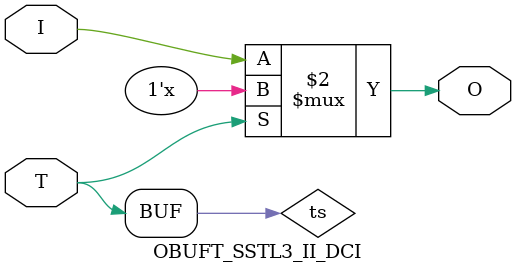
<source format=v>

/*

FUNCTION    : TRI-STATE OUTPUT BUFFER

*/

`celldefine
`timescale  100 ps / 10 ps

module OBUFT_SSTL3_II_DCI (O, I, T);

    output O;

    input  I, T;

    or O1 (ts, 1'b0, T);
    bufif0 T1 (O, I, ts);

endmodule

</source>
